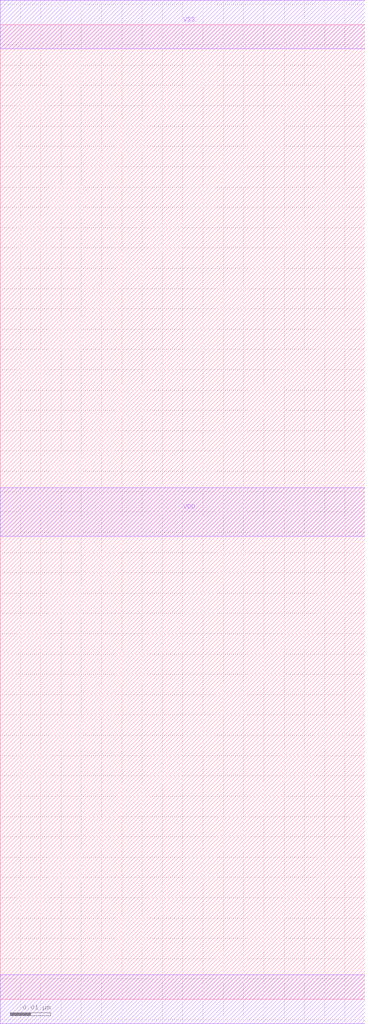
<source format=lef>
VERSION 5.8 ;
BUSBITCHARS "[]" ;
DIVIDERCHAR "/" ;
CLEARANCEMEASURE EUCLIDEAN ;
MACRO POWERTAP_2CPP_VDD_5T_2F_45CPP_24M0P_30M1P_24M2P_2MPO_ET_BPR
  CLASS CORE ;
  ORIGIN 0 0 ;
  FOREIGN POWERTAP_2CPP_VDD_5T_2F_45CPP_24M0P_30M1P_24M2P_2MPO_ET_BPR ;
  SIZE 0.090 BY 0.24 ;
  SYMMETRY X Y ;
  SITE coresite ;
  PIN VSS
    DIRECTION INOUT ;
    USE GROUND ;
    SHAPE ABUTMENT ;
    PORT
      LAYER M0 ;
        RECT 0.000 -0.006 0.090 0.006 ;
        RECT 0.000 0.234 0.090 0.246 ;
    END
  END VSS
  PIN VDD
    DIRECTION INOUT ;
    USE POWER ;
    SHAPE ABUTMENT ;
    PORT
      LAYER M0 ;
        RECT 0.000 0.114 0.090 0.126 ;
    END
  END VDD
END POWERTAP_2CPP_VDD_5T_2F_45CPP_24M0P_30M1P_24M2P_2MPO_ET_BPR

MACRO POWERTAP_2CPP_VSS_5T_2F_45CPP_24M0P_30M1P_24M2P_2MPO_ET_BPR
  CLASS CORE ;
  ORIGIN 0 0 ;
  FOREIGN POWERTAP_2CPP_VSS_5T_2F_45CPP_24M0P_30M1P_24M2P_2MPO_ET_BPR ;
  SIZE 0.090 BY 0.24 ;
  SYMMETRY X Y ;
  SITE coresite ;
  PIN VDD
    DIRECTION INOUT ;
    USE POWER ;
    SHAPE ABUTMENT ;
    PORT
      LAYER M0 ;
        RECT 0.000 -0.006 0.090 0.006 ;
        RECT 0.000 0.234 0.090 0.246 ;
    END
  END VDD
  PIN VSS
    DIRECTION INOUT ;
    USE GROUND ;
    SHAPE ABUTMENT ;
    PORT
      LAYER M0 ;
        RECT 0.000 0.114 0.090 0.126 ;
    END
  END VSS
END POWERTAP_2CPP_VSS_5T_2F_45CPP_24M0P_30M1P_24M2P_2MPO_ET_BPR

</source>
